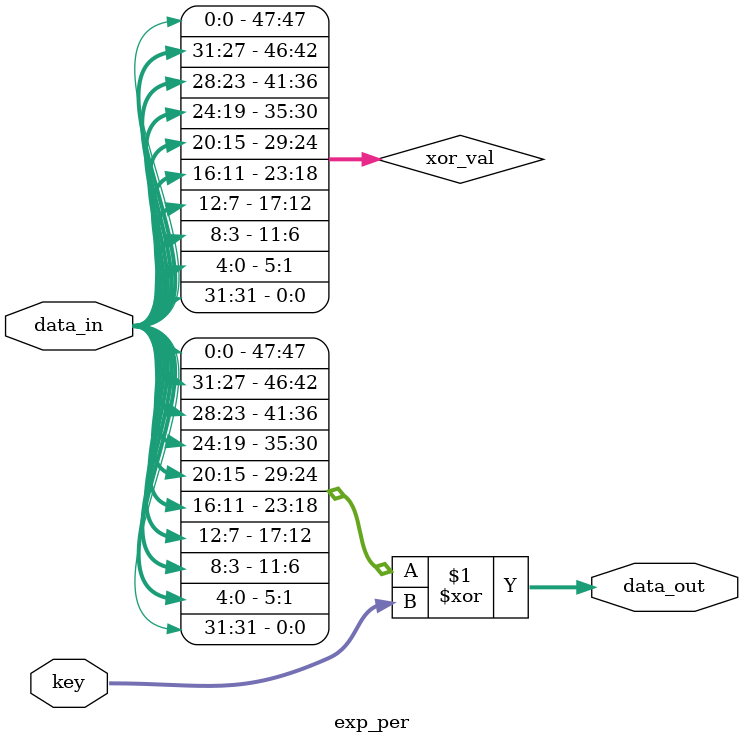
<source format=sv>
module exp_per(input wire[47:0] key, input wire[31:0] data_in, output wire[47:0] data_out);

	wire[47:0] xor_val;
	
	assign xor_val[47:40] = {data_in[0],  data_in[31], data_in[30], data_in[29], data_in[28], data_in[27], data_in[28], data_in[27] }; 
	assign xor_val[39:32] = {data_in[26], data_in[25], data_in[24], data_in[23], data_in[24], data_in[23], data_in[22], data_in[21]};
	assign xor_val[31:24] = {data_in[20], data_in[19], data_in[20], data_in[19], data_in[18], data_in[17], data_in[16], data_in[15]}; 
	assign xor_val[23:16] = {data_in[16], data_in[15], data_in[14], data_in[13], data_in[12], data_in[11], data_in[12], data_in[11]};
	assign xor_val[15:8]  = {data_in[10], data_in[9], data_in[8],   data_in[7],  data_in[8],  data_in[7],  data_in[6],  data_in[5]};
	assign xor_val[7:0]   = {data_in[4],  data_in[3], data_in[4],   data_in[3],  data_in[2],  data_in[1],  data_in[0],  data_in[31]};
	
	assign data_out = xor_val ^ key;
endmodule

</source>
